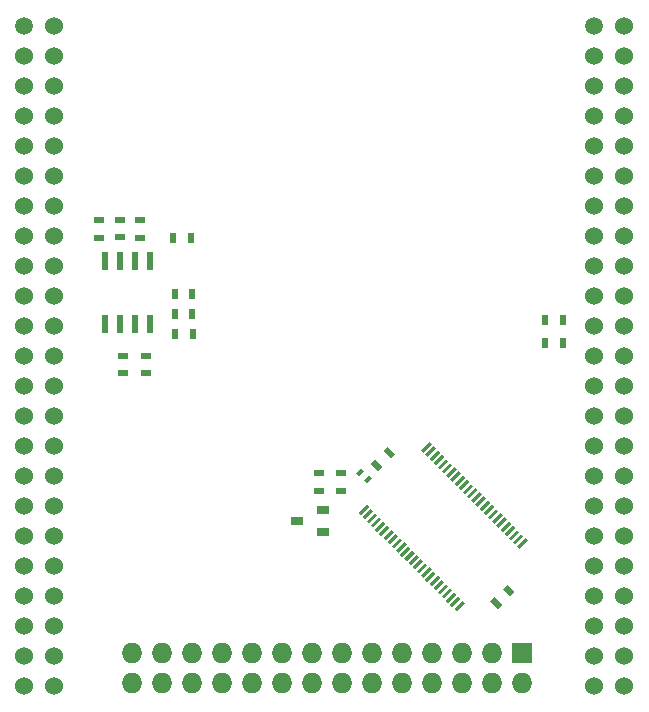
<source format=gbs>
%TF.GenerationSoftware,KiCad,Pcbnew,5.1.10*%
%TF.CreationDate,2022-06-04T14:31:52-04:00*%
%TF.ProjectId,BeagleLogic Cape,42656167-6c65-44c6-9f67-696320436170,rev?*%
%TF.SameCoordinates,PX6cb8080PY7bfa480*%
%TF.FileFunction,Soldermask,Bot*%
%TF.FilePolarity,Negative*%
%FSLAX46Y46*%
G04 Gerber Fmt 4.6, Leading zero omitted, Abs format (unit mm)*
G04 Created by KiCad (PCBNEW 5.1.10) date 2022-06-04 14:31:52*
%MOMM*%
%LPD*%
G01*
G04 APERTURE LIST*
%ADD10C,1.500000*%
%ADD11C,1.524000*%
%ADD12R,1.727200X1.727200*%
%ADD13O,1.727200X1.727200*%
%ADD14R,1.000760X0.800100*%
%ADD15C,0.150000*%
%ADD16R,0.600000X1.550000*%
%ADD17R,0.900000X0.500000*%
%ADD18R,0.500000X0.900000*%
G04 APERTURE END LIST*
D10*
%TO.C,U1*%
X50980400Y67424800D03*
D11*
X53520400Y11544800D03*
X50980400Y11544800D03*
X53520400Y14084800D03*
X50980400Y14084800D03*
X53520400Y16624800D03*
X50980400Y16624800D03*
X53520400Y31864800D03*
X53520400Y19164800D03*
X50980400Y19164800D03*
X50980400Y57264800D03*
X50980400Y59804800D03*
X50980400Y62344800D03*
X50980400Y64884800D03*
X50980400Y21704800D03*
X50980400Y24244800D03*
X53520400Y21704800D03*
X53520400Y24244800D03*
X53520400Y26784800D03*
X53520400Y29324800D03*
X53520400Y34404800D03*
X50980400Y26784800D03*
X53520400Y36944800D03*
X53520400Y39484800D03*
X50980400Y29324800D03*
X53520400Y42024800D03*
X50980400Y31864800D03*
X53520400Y44564800D03*
X50980400Y34404800D03*
X53520400Y47104800D03*
X50980400Y36944800D03*
X53520400Y49644800D03*
X50980400Y39484800D03*
X53520400Y52184800D03*
X50980400Y42024800D03*
X53520400Y54724800D03*
X50980400Y44564800D03*
X53520400Y57264800D03*
X50980400Y47104800D03*
X53520400Y59804800D03*
X50980400Y49644800D03*
X53520400Y62344800D03*
X50980400Y52184800D03*
X53520400Y64884800D03*
X50980400Y54724800D03*
X53520400Y67424800D03*
X5260400Y67424800D03*
X2720400Y54724800D03*
X5260400Y64884800D03*
X2720400Y52184800D03*
X5260400Y62344800D03*
X2720400Y49644800D03*
X5260400Y59804800D03*
X2720400Y47104800D03*
X5260400Y57264800D03*
X2720400Y44564800D03*
X5260400Y54724800D03*
X2720400Y42024800D03*
X5260400Y52184800D03*
X2720400Y39484800D03*
X5260400Y49644800D03*
X2720400Y36944800D03*
X5260400Y47104800D03*
X2720400Y34404800D03*
X5260400Y44564800D03*
X2720400Y31864800D03*
X5260400Y42024800D03*
X2720400Y29324800D03*
X5260400Y39484800D03*
X5260400Y36944800D03*
X2720400Y26784800D03*
X5260400Y34404800D03*
X5260400Y29324800D03*
X5260400Y26784800D03*
X5260400Y24244800D03*
X5260400Y21704800D03*
X2720400Y24244800D03*
X2720400Y21704800D03*
X2720400Y64884800D03*
X2720400Y62344800D03*
X2720400Y59804800D03*
X2720400Y57264800D03*
X2720400Y19164800D03*
X5260400Y19164800D03*
X5260400Y31864800D03*
X2720400Y16624800D03*
X5260400Y16624800D03*
X2720400Y14084800D03*
X5260400Y14084800D03*
X2720400Y11544800D03*
X5260400Y11544800D03*
D10*
X2720400Y67424800D03*
%TD*%
D12*
%TO.C,P1*%
X44810000Y14320000D03*
D13*
X44810000Y11780000D03*
X42270000Y14320000D03*
X42270000Y11780000D03*
X39730000Y14320000D03*
X39730000Y11780000D03*
X37190000Y14320000D03*
X37190000Y11780000D03*
X34650000Y14320000D03*
X34650000Y11780000D03*
X32110000Y14320000D03*
X32110000Y11780000D03*
X29570000Y14320000D03*
X29570000Y11780000D03*
X27030000Y14320000D03*
X27030000Y11780000D03*
X24490000Y14320000D03*
X24490000Y11780000D03*
X21950000Y14320000D03*
X21950000Y11780000D03*
X19410000Y14320000D03*
X19410000Y11780000D03*
X16870000Y14320000D03*
X16870000Y11780000D03*
X14330000Y14320000D03*
X14330000Y11780000D03*
X11790000Y14320000D03*
X11790000Y11780000D03*
%TD*%
D14*
%TO.C,Q1*%
X25819380Y25504400D03*
X28019020Y24551900D03*
X28019020Y26456900D03*
%TD*%
D15*
%TO.C,U2*%
G36*
X36988577Y32221830D02*
G01*
X37190102Y32020305D01*
X36482995Y31313198D01*
X36281470Y31514723D01*
X36988577Y32221830D01*
G37*
G36*
X37342131Y31868277D02*
G01*
X37543656Y31666752D01*
X36836549Y30959645D01*
X36635024Y31161170D01*
X37342131Y31868277D01*
G37*
G36*
X37695684Y31514724D02*
G01*
X37897209Y31313199D01*
X37190102Y30606092D01*
X36988577Y30807617D01*
X37695684Y31514724D01*
G37*
G36*
X38049238Y31161170D02*
G01*
X38250763Y30959645D01*
X37543656Y30252538D01*
X37342131Y30454063D01*
X38049238Y31161170D01*
G37*
G36*
X38402791Y30807617D02*
G01*
X38604316Y30606092D01*
X37897209Y29898985D01*
X37695684Y30100510D01*
X38402791Y30807617D01*
G37*
G36*
X38756344Y30454063D02*
G01*
X38957869Y30252538D01*
X38250762Y29545431D01*
X38049237Y29746956D01*
X38756344Y30454063D01*
G37*
G36*
X39109898Y30100510D02*
G01*
X39311423Y29898985D01*
X38604316Y29191878D01*
X38402791Y29393403D01*
X39109898Y30100510D01*
G37*
G36*
X39463451Y29746957D02*
G01*
X39664976Y29545432D01*
X38957869Y28838325D01*
X38756344Y29039850D01*
X39463451Y29746957D01*
G37*
G36*
X39817005Y29393403D02*
G01*
X40018530Y29191878D01*
X39311423Y28484771D01*
X39109898Y28686296D01*
X39817005Y29393403D01*
G37*
G36*
X40170558Y29039850D02*
G01*
X40372083Y28838325D01*
X39664976Y28131218D01*
X39463451Y28332743D01*
X40170558Y29039850D01*
G37*
G36*
X40524111Y28686297D02*
G01*
X40725636Y28484772D01*
X40018529Y27777665D01*
X39817004Y27979190D01*
X40524111Y28686297D01*
G37*
G36*
X40877665Y28332743D02*
G01*
X41079190Y28131218D01*
X40372083Y27424111D01*
X40170558Y27625636D01*
X40877665Y28332743D01*
G37*
G36*
X41231218Y27979190D02*
G01*
X41432743Y27777665D01*
X40725636Y27070558D01*
X40524111Y27272083D01*
X41231218Y27979190D01*
G37*
G36*
X41584772Y27625636D02*
G01*
X41786297Y27424111D01*
X41079190Y26717004D01*
X40877665Y26918529D01*
X41584772Y27625636D01*
G37*
G36*
X41938325Y27272083D02*
G01*
X42139850Y27070558D01*
X41432743Y26363451D01*
X41231218Y26564976D01*
X41938325Y27272083D01*
G37*
G36*
X42291878Y26918530D02*
G01*
X42493403Y26717005D01*
X41786296Y26009898D01*
X41584771Y26211423D01*
X42291878Y26918530D01*
G37*
G36*
X42645432Y26564976D02*
G01*
X42846957Y26363451D01*
X42139850Y25656344D01*
X41938325Y25857869D01*
X42645432Y26564976D01*
G37*
G36*
X42998985Y26211423D02*
G01*
X43200510Y26009898D01*
X42493403Y25302791D01*
X42291878Y25504316D01*
X42998985Y26211423D01*
G37*
G36*
X43352538Y25857869D02*
G01*
X43554063Y25656344D01*
X42846956Y24949237D01*
X42645431Y25150762D01*
X43352538Y25857869D01*
G37*
G36*
X43706092Y25504316D02*
G01*
X43907617Y25302791D01*
X43200510Y24595684D01*
X42998985Y24797209D01*
X43706092Y25504316D01*
G37*
G36*
X44059645Y25150763D02*
G01*
X44261170Y24949238D01*
X43554063Y24242131D01*
X43352538Y24443656D01*
X44059645Y25150763D01*
G37*
G36*
X44413199Y24797209D02*
G01*
X44614724Y24595684D01*
X43907617Y23888577D01*
X43706092Y24090102D01*
X44413199Y24797209D01*
G37*
G36*
X44766752Y24443656D02*
G01*
X44968277Y24242131D01*
X44261170Y23535024D01*
X44059645Y23736549D01*
X44766752Y24443656D01*
G37*
G36*
X45120305Y24090102D02*
G01*
X45321830Y23888577D01*
X44614723Y23181470D01*
X44413198Y23382995D01*
X45120305Y24090102D01*
G37*
G36*
X39817005Y18786802D02*
G01*
X40018530Y18585277D01*
X39311423Y17878170D01*
X39109898Y18079695D01*
X39817005Y18786802D01*
G37*
G36*
X39463451Y19140355D02*
G01*
X39664976Y18938830D01*
X38957869Y18231723D01*
X38756344Y18433248D01*
X39463451Y19140355D01*
G37*
G36*
X39109898Y19493908D02*
G01*
X39311423Y19292383D01*
X38604316Y18585276D01*
X38402791Y18786801D01*
X39109898Y19493908D01*
G37*
G36*
X38756344Y19847462D02*
G01*
X38957869Y19645937D01*
X38250762Y18938830D01*
X38049237Y19140355D01*
X38756344Y19847462D01*
G37*
G36*
X38402791Y20201015D02*
G01*
X38604316Y19999490D01*
X37897209Y19292383D01*
X37695684Y19493908D01*
X38402791Y20201015D01*
G37*
G36*
X38049238Y20554569D02*
G01*
X38250763Y20353044D01*
X37543656Y19645937D01*
X37342131Y19847462D01*
X38049238Y20554569D01*
G37*
G36*
X37695684Y20908122D02*
G01*
X37897209Y20706597D01*
X37190102Y19999490D01*
X36988577Y20201015D01*
X37695684Y20908122D01*
G37*
G36*
X37342131Y21261675D02*
G01*
X37543656Y21060150D01*
X36836549Y20353043D01*
X36635024Y20554568D01*
X37342131Y21261675D01*
G37*
G36*
X36988577Y21615229D02*
G01*
X37190102Y21413704D01*
X36482995Y20706597D01*
X36281470Y20908122D01*
X36988577Y21615229D01*
G37*
G36*
X36635024Y21968782D02*
G01*
X36836549Y21767257D01*
X36129442Y21060150D01*
X35927917Y21261675D01*
X36635024Y21968782D01*
G37*
G36*
X36281471Y22322335D02*
G01*
X36482996Y22120810D01*
X35775889Y21413703D01*
X35574364Y21615228D01*
X36281471Y22322335D01*
G37*
G36*
X35927917Y22675889D02*
G01*
X36129442Y22474364D01*
X35422335Y21767257D01*
X35220810Y21968782D01*
X35927917Y22675889D01*
G37*
G36*
X35574364Y23029442D02*
G01*
X35775889Y22827917D01*
X35068782Y22120810D01*
X34867257Y22322335D01*
X35574364Y23029442D01*
G37*
G36*
X35220810Y23382996D02*
G01*
X35422335Y23181471D01*
X34715228Y22474364D01*
X34513703Y22675889D01*
X35220810Y23382996D01*
G37*
G36*
X34867257Y23736549D02*
G01*
X35068782Y23535024D01*
X34361675Y22827917D01*
X34160150Y23029442D01*
X34867257Y23736549D01*
G37*
G36*
X34513704Y24090102D02*
G01*
X34715229Y23888577D01*
X34008122Y23181470D01*
X33806597Y23382995D01*
X34513704Y24090102D01*
G37*
G36*
X34160150Y24443656D02*
G01*
X34361675Y24242131D01*
X33654568Y23535024D01*
X33453043Y23736549D01*
X34160150Y24443656D01*
G37*
G36*
X33806597Y24797209D02*
G01*
X34008122Y24595684D01*
X33301015Y23888577D01*
X33099490Y24090102D01*
X33806597Y24797209D01*
G37*
G36*
X33453044Y25150763D02*
G01*
X33654569Y24949238D01*
X32947462Y24242131D01*
X32745937Y24443656D01*
X33453044Y25150763D01*
G37*
G36*
X33099490Y25504316D02*
G01*
X33301015Y25302791D01*
X32593908Y24595684D01*
X32392383Y24797209D01*
X33099490Y25504316D01*
G37*
G36*
X32745937Y25857869D02*
G01*
X32947462Y25656344D01*
X32240355Y24949237D01*
X32038830Y25150762D01*
X32745937Y25857869D01*
G37*
G36*
X32392383Y26211423D02*
G01*
X32593908Y26009898D01*
X31886801Y25302791D01*
X31685276Y25504316D01*
X32392383Y26211423D01*
G37*
G36*
X32038830Y26564976D02*
G01*
X32240355Y26363451D01*
X31533248Y25656344D01*
X31331723Y25857869D01*
X32038830Y26564976D01*
G37*
G36*
X31685277Y26918530D02*
G01*
X31886802Y26717005D01*
X31179695Y26009898D01*
X30978170Y26211423D01*
X31685277Y26918530D01*
G37*
%TD*%
D16*
%TO.C,U3*%
X13355600Y42159200D03*
X12085600Y42159200D03*
X10815600Y42159200D03*
X9545600Y42159200D03*
X9545600Y47559200D03*
X10815600Y47559200D03*
X12085600Y47559200D03*
X13355600Y47559200D03*
%TD*%
D17*
%TO.C,R1*%
X29535400Y29556400D03*
X29535400Y28056400D03*
%TD*%
%TO.C,R2*%
X10790200Y49544800D03*
X10790200Y51044800D03*
%TD*%
%TO.C,R3*%
X9063000Y49519400D03*
X9063000Y51019400D03*
%TD*%
%TO.C,R4*%
X12517400Y49519400D03*
X12517400Y51019400D03*
%TD*%
D18*
%TO.C,R5*%
X15425000Y44706800D03*
X16925000Y44706800D03*
%TD*%
%TO.C,R6*%
X15425000Y43081200D03*
X16925000Y43081200D03*
%TD*%
%TO.C,R7*%
X15450400Y41328600D03*
X16950400Y41328600D03*
%TD*%
%TO.C,R8*%
X46800000Y42500000D03*
X48300000Y42500000D03*
%TD*%
%TO.C,R9*%
X46800000Y40600000D03*
X48300000Y40600000D03*
%TD*%
%TO.C,R10*%
X16823400Y49456600D03*
X15323400Y49456600D03*
%TD*%
D17*
%TO.C,R12*%
X11044200Y38013200D03*
X11044200Y39513200D03*
%TD*%
%TO.C,R13*%
X12974600Y38013200D03*
X12974600Y39513200D03*
%TD*%
%TO.C,R14*%
X27625000Y28050000D03*
X27625000Y29550000D03*
%TD*%
D15*
%TO.C,C1*%
G36*
X32661091Y29749695D02*
G01*
X32024695Y30386091D01*
X32378249Y30739645D01*
X33014645Y30103249D01*
X32661091Y29749695D01*
G37*
G36*
X33721751Y30810355D02*
G01*
X33085355Y31446751D01*
X33438909Y31800305D01*
X34075305Y31163909D01*
X33721751Y30810355D01*
G37*
%TD*%
%TO.C,C2*%
G36*
X42811091Y18074695D02*
G01*
X42174695Y18711091D01*
X42528249Y19064645D01*
X43164645Y18428249D01*
X42811091Y18074695D01*
G37*
G36*
X43871751Y19135355D02*
G01*
X43235355Y19771751D01*
X43588909Y20125305D01*
X44225305Y19488909D01*
X43871751Y19135355D01*
G37*
%TD*%
%TO.C,R15*%
G36*
X32146751Y29127513D02*
G01*
X31722487Y28703249D01*
X31439645Y28986091D01*
X31863909Y29410355D01*
X32146751Y29127513D01*
G37*
G36*
X31510355Y29763909D02*
G01*
X31086091Y29339645D01*
X30803249Y29622487D01*
X31227513Y30046751D01*
X31510355Y29763909D01*
G37*
%TD*%
M02*

</source>
